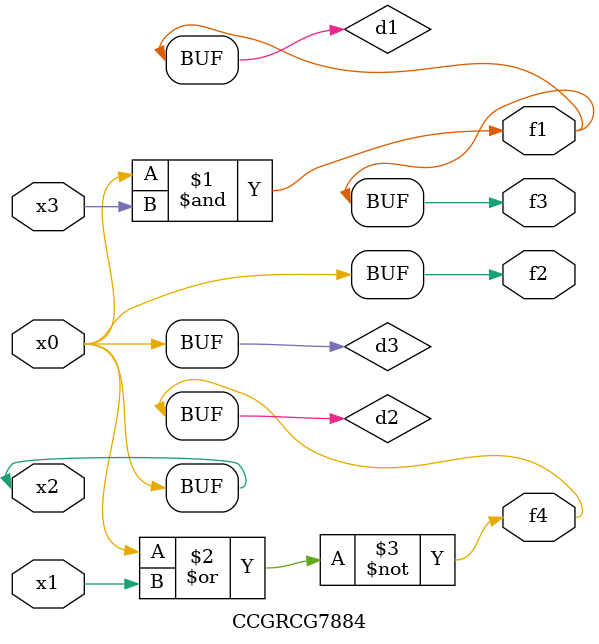
<source format=v>
module CCGRCG7884(
	input x0, x1, x2, x3,
	output f1, f2, f3, f4
);

	wire d1, d2, d3;

	and (d1, x2, x3);
	nor (d2, x0, x1);
	buf (d3, x0, x2);
	assign f1 = d1;
	assign f2 = d3;
	assign f3 = d1;
	assign f4 = d2;
endmodule

</source>
